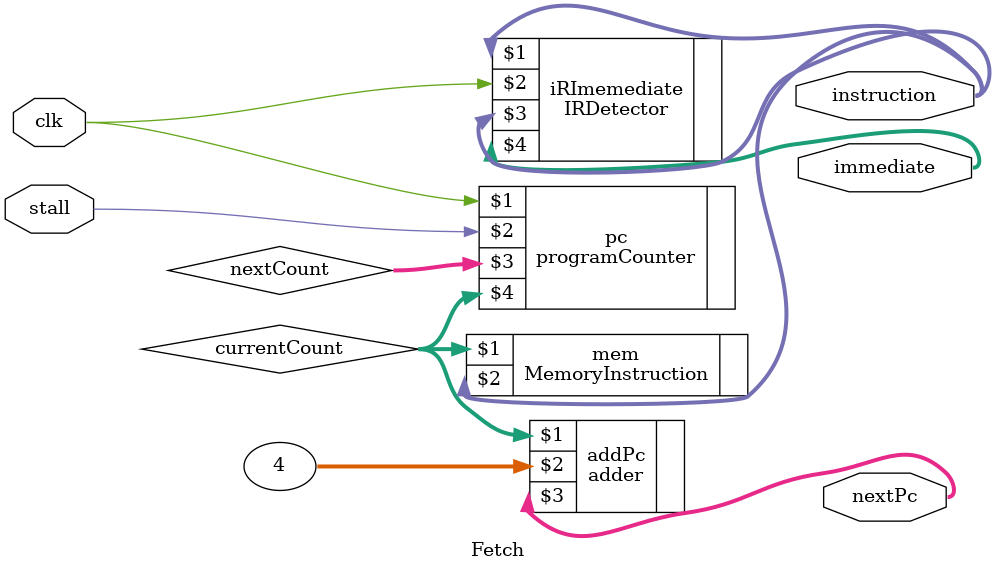
<source format=v>
`include "Mux32.v"
`include "Pc.v"
`include "Adder4.v"
`include "MemInstruction.v"
`include "IRDetector.v"

module Fetch (
    stall,
    clk,
    nextPc,
    instruction,
    immediate
);
  input stall;
  input clk;
  output [31:0] nextPc;
  output [15:0] instruction, immediate;

  wire [31:0] nextCount;
  wire [31:0] currentCount;

  programCounter pc (
      clk,
      stall,
      nextCount,
      currentCount
  );
  adder addPc (
      currentCount,
      4,
      nextPc
  );

  MemoryInstruction mem (
      currentCount,
      instruction
  );

  IRDetector iRImemediate (
      instruction,
      clk,
      instruction,
      immediate
  );



endmodule

</source>
